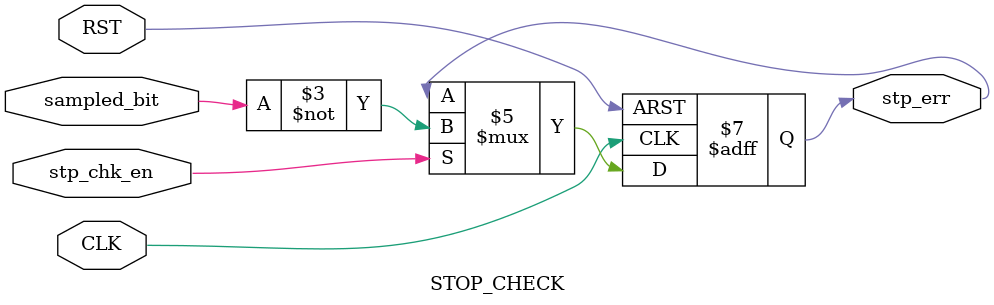
<source format=v>
`timescale 1ns / 1ps
module STOP_CHECK(
    input   wire  CLK,
    input   wire  RST,
    input   wire  sampled_bit,
    input   wire  stp_chk_en,
    output  reg   stp_err
    );


    always @(posedge CLK, negedge RST)
    begin
        if(~RST)
            stp_err <= 1'b0;
        else if(stp_chk_en)
            stp_err <=  ~sampled_bit;  // stop bit MUST be ONE
        else
            stp_err <= stp_err;
    end


endmodule

</source>
